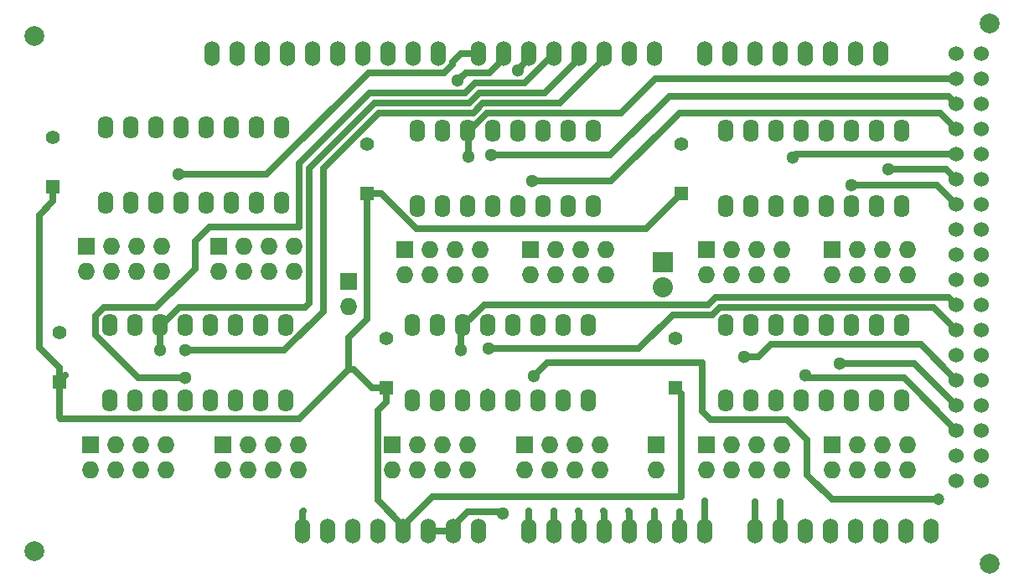
<source format=gbr>
G04 #@! TF.FileFunction,Copper,L1,Top,Signal*
%FSLAX46Y46*%
G04 Gerber Fmt 4.6, Leading zero omitted, Abs format (unit mm)*
G04 Created by KiCad (PCBNEW 4.0.1-stable) date 2/24/2016 7:59:54 PM*
%MOMM*%
G01*
G04 APERTURE LIST*
%ADD10C,0.100000*%
%ADD11O,1.524000X2.540000*%
%ADD12C,1.524000*%
%ADD13O,1.600000X2.300000*%
%ADD14R,1.727200X1.727200*%
%ADD15O,1.727200X1.727200*%
%ADD16R,2.032000X2.032000*%
%ADD17O,2.032000X2.032000*%
%ADD18C,1.998980*%
%ADD19R,1.400000X1.400000*%
%ADD20C,1.400000*%
%ADD21C,1.300000*%
%ADD22C,1.200000*%
%ADD23C,0.700000*%
G04 APERTURE END LIST*
D10*
D11*
X54650000Y48286000D03*
X57190000Y48286000D03*
X59730000Y48286000D03*
X62270000Y48286000D03*
X64810000Y48286000D03*
X67350000Y48286000D03*
X69890000Y48286000D03*
X72430000Y48286000D03*
X77510000Y26000D03*
X74970000Y26000D03*
X72430000Y26000D03*
X69890000Y26000D03*
X59730000Y26000D03*
X54650000Y26000D03*
X52110000Y26000D03*
X62270000Y26000D03*
X64810000Y26000D03*
X67350000Y26000D03*
X49570000Y26000D03*
X47030000Y26000D03*
X44490000Y26000D03*
X36870000Y26000D03*
X39410000Y26000D03*
X41950000Y26000D03*
X31790000Y26000D03*
X29250000Y26000D03*
X26710000Y26000D03*
X21630000Y26000D03*
X19090000Y26000D03*
X49570000Y48286000D03*
X47030000Y48286000D03*
X44490000Y48286000D03*
X41950000Y48286000D03*
X39410000Y48286000D03*
X36870000Y48286000D03*
X34330000Y48286000D03*
X31790000Y48286000D03*
X27726000Y48286000D03*
X25186000Y48286000D03*
X22646000Y48286000D03*
X20106000Y48286000D03*
X17566000Y48286000D03*
X15026000Y48286000D03*
X12486000Y48286000D03*
X9946000Y48286000D03*
X24170000Y26000D03*
D12*
X80050000Y45746000D03*
X82590000Y45746000D03*
X80050000Y43206000D03*
X82590000Y43206000D03*
X80050000Y40666000D03*
X82590000Y40666000D03*
X80050000Y38126000D03*
X82590000Y38126000D03*
X80050000Y48286000D03*
X82590000Y48286000D03*
X82590000Y35586000D03*
X80050000Y35586000D03*
X80050000Y33046000D03*
X82590000Y33046000D03*
X80050000Y30506000D03*
X82590000Y30506000D03*
X80050000Y27966000D03*
X82590000Y27966000D03*
X80050000Y25426000D03*
X82590000Y25426000D03*
X80050000Y22886000D03*
X82590000Y22886000D03*
X80050000Y20346000D03*
X82590000Y20346000D03*
X80050000Y17806000D03*
X82590000Y17806000D03*
X80050000Y15266000D03*
X82590000Y15266000D03*
X80050000Y12726000D03*
X82590000Y12726000D03*
X80050000Y10186000D03*
X82590000Y10186000D03*
X80050000Y7646000D03*
X82590000Y7646000D03*
X80050000Y5106000D03*
X82590000Y5106000D03*
D11*
X16550000Y26000D03*
X14010000Y26000D03*
X7406000Y48286000D03*
X4866000Y48286000D03*
D13*
X12290000Y20800000D03*
X9750000Y20800000D03*
X7210000Y20800000D03*
X4670000Y20800000D03*
X2130000Y20800000D03*
X-410000Y20800000D03*
X-2950000Y20800000D03*
X-5490000Y20800000D03*
X-5490000Y13180000D03*
X-2950000Y13180000D03*
X-410000Y13180000D03*
X2130000Y13180000D03*
X4670000Y13180000D03*
X7210000Y13180000D03*
X9750000Y13180000D03*
X12290000Y13180000D03*
X11865000Y40855000D03*
X9325000Y40855000D03*
X6785000Y40855000D03*
X4245000Y40855000D03*
X1705000Y40855000D03*
X-835000Y40855000D03*
X-3375000Y40855000D03*
X-5915000Y40855000D03*
X-5915000Y33235000D03*
X-3375000Y33235000D03*
X-835000Y33235000D03*
X1705000Y33235000D03*
X4245000Y33235000D03*
X6785000Y33235000D03*
X9325000Y33235000D03*
X11865000Y33235000D03*
X42835000Y20830000D03*
X40295000Y20830000D03*
X37755000Y20830000D03*
X35215000Y20830000D03*
X32675000Y20830000D03*
X30135000Y20830000D03*
X27595000Y20830000D03*
X25055000Y20830000D03*
X25055000Y13210000D03*
X27595000Y13210000D03*
X30135000Y13210000D03*
X32675000Y13210000D03*
X35215000Y13210000D03*
X37755000Y13210000D03*
X40295000Y13210000D03*
X42835000Y13210000D03*
X43405000Y40485000D03*
X40865000Y40485000D03*
X38325000Y40485000D03*
X35785000Y40485000D03*
X33245000Y40485000D03*
X30705000Y40485000D03*
X28165000Y40485000D03*
X25625000Y40485000D03*
X25625000Y32865000D03*
X28165000Y32865000D03*
X30705000Y32865000D03*
X33245000Y32865000D03*
X35785000Y32865000D03*
X38325000Y32865000D03*
X40865000Y32865000D03*
X43405000Y32865000D03*
D14*
X18640000Y25245000D03*
D15*
X18640000Y22705000D03*
D14*
X5940000Y8735000D03*
D15*
X5940000Y6195000D03*
X8480000Y8735000D03*
X8480000Y6195000D03*
X11020000Y8735000D03*
X11020000Y6195000D03*
X13560000Y8735000D03*
X13560000Y6195000D03*
D14*
X-7395000Y8735000D03*
D15*
X-7395000Y6195000D03*
X-4855000Y8735000D03*
X-4855000Y6195000D03*
X-2315000Y8735000D03*
X-2315000Y6195000D03*
X225000Y8735000D03*
X225000Y6195000D03*
D16*
X50390000Y27150000D03*
D17*
X50390000Y24610000D03*
D14*
X5515000Y28790000D03*
D15*
X5515000Y26250000D03*
X8055000Y28790000D03*
X8055000Y26250000D03*
X10595000Y28790000D03*
X10595000Y26250000D03*
X13135000Y28790000D03*
X13135000Y26250000D03*
D14*
X-7820000Y28790000D03*
D15*
X-7820000Y26250000D03*
X-5280000Y28790000D03*
X-5280000Y26250000D03*
X-2740000Y28790000D03*
X-2740000Y26250000D03*
X-200000Y28790000D03*
X-200000Y26250000D03*
D14*
X36420000Y8735000D03*
D15*
X36420000Y6195000D03*
X38960000Y8735000D03*
X38960000Y6195000D03*
X41500000Y8735000D03*
X41500000Y6195000D03*
X44040000Y8735000D03*
X44040000Y6195000D03*
D14*
X23085000Y8735000D03*
D15*
X23085000Y6195000D03*
X25625000Y8735000D03*
X25625000Y6195000D03*
X28165000Y8735000D03*
X28165000Y6195000D03*
X30705000Y8735000D03*
X30705000Y6195000D03*
D14*
X37055000Y28420000D03*
D15*
X37055000Y25880000D03*
X39595000Y28420000D03*
X39595000Y25880000D03*
X42135000Y28420000D03*
X42135000Y25880000D03*
X44675000Y28420000D03*
X44675000Y25880000D03*
D14*
X24355000Y28420000D03*
D15*
X24355000Y25880000D03*
X26895000Y28420000D03*
X26895000Y25880000D03*
X29435000Y28420000D03*
X29435000Y25880000D03*
X31975000Y28420000D03*
X31975000Y25880000D03*
D18*
X-13110000Y50010000D03*
X-13110000Y-2060000D03*
X83410000Y51280000D03*
X83410000Y-3330000D03*
D19*
X51660000Y14450000D03*
D20*
X51660000Y19450000D03*
D19*
X52295000Y34135000D03*
D20*
X52295000Y39135000D03*
D19*
X22450000Y14450000D03*
D20*
X22450000Y19450000D03*
D19*
X20545000Y34135000D03*
D20*
X20545000Y39135000D03*
D19*
X-10570000Y15085000D03*
D20*
X-10570000Y20085000D03*
D19*
X-11205000Y34770000D03*
D20*
X-11205000Y39770000D03*
D14*
X67535000Y28420000D03*
D15*
X67535000Y25880000D03*
X70075000Y28420000D03*
X70075000Y25880000D03*
X72615000Y28420000D03*
X72615000Y25880000D03*
X75155000Y28420000D03*
X75155000Y25880000D03*
D14*
X54835000Y28420000D03*
D15*
X54835000Y25880000D03*
X57375000Y28420000D03*
X57375000Y25880000D03*
X59915000Y28420000D03*
X59915000Y25880000D03*
X62455000Y28420000D03*
X62455000Y25880000D03*
D14*
X49755000Y8735000D03*
D15*
X49755000Y6195000D03*
D14*
X67535000Y8735000D03*
D15*
X67535000Y6195000D03*
X70075000Y8735000D03*
X70075000Y6195000D03*
X72615000Y8735000D03*
X72615000Y6195000D03*
X75155000Y8735000D03*
X75155000Y6195000D03*
D14*
X54835000Y8735000D03*
D15*
X54835000Y6195000D03*
X57375000Y8735000D03*
X57375000Y6195000D03*
X59915000Y8735000D03*
X59915000Y6195000D03*
X62455000Y8735000D03*
X62455000Y6195000D03*
D13*
X74520000Y40485000D03*
X71980000Y40485000D03*
X69440000Y40485000D03*
X66900000Y40485000D03*
X64360000Y40485000D03*
X61820000Y40485000D03*
X59280000Y40485000D03*
X56740000Y40485000D03*
X56740000Y32865000D03*
X59280000Y32865000D03*
X61820000Y32865000D03*
X64360000Y32865000D03*
X66900000Y32865000D03*
X69440000Y32865000D03*
X71980000Y32865000D03*
X74520000Y32865000D03*
X74520000Y20800000D03*
X71980000Y20800000D03*
X69440000Y20800000D03*
X66900000Y20800000D03*
X64360000Y20800000D03*
X61820000Y20800000D03*
X59280000Y20800000D03*
X56740000Y20800000D03*
X56740000Y13180000D03*
X59280000Y13180000D03*
X61820000Y13180000D03*
X64360000Y13180000D03*
X66900000Y13180000D03*
X69440000Y13180000D03*
X71980000Y13180000D03*
X74520000Y13180000D03*
D21*
X34203874Y1778105D03*
X2145270Y15494890D03*
X1495000Y36040012D03*
X-410000Y18260002D03*
X35711471Y46585067D03*
X29682176Y45535052D03*
X2130000Y18260000D03*
X30726022Y37894123D03*
X33063820Y38012447D03*
X37175508Y35387156D03*
X63511809Y37789306D03*
X73207810Y36587323D03*
X69412123Y34993980D03*
X30031900Y18272700D03*
X32809512Y18427917D03*
X37351409Y15680314D03*
D22*
X78236637Y3219340D03*
D21*
X58614866Y17620578D03*
X68264247Y16941487D03*
D22*
X64360000Y20800000D03*
D21*
X64787588Y15751871D03*
D23*
X62220000Y3000000D02*
X62220000Y2046000D01*
X62220000Y2046000D02*
X62270000Y1996000D01*
X62270000Y1996000D02*
X62270000Y26000D01*
X59720000Y3000000D02*
X59720000Y2006000D01*
X59720000Y2006000D02*
X59730000Y1996000D01*
X59730000Y1996000D02*
X59730000Y26000D01*
X54654000Y3066000D02*
X54654000Y2000000D01*
X54654000Y2000000D02*
X54650000Y1996000D01*
X54650000Y26000D02*
X54650000Y1996000D01*
X52110000Y26000D02*
X52110000Y1996000D01*
X52110000Y1996000D02*
X52114000Y2000000D01*
X14068000Y2054000D02*
X14010000Y1996000D01*
X14010000Y26000D02*
X14010000Y1996000D01*
X49578000Y2004000D02*
X49570000Y1996000D01*
X49570000Y26000D02*
X49570000Y1996000D01*
X46961000Y2065000D02*
X47030000Y1996000D01*
X47030000Y26000D02*
X47030000Y1996000D01*
X44421000Y2065000D02*
X44490000Y1996000D01*
X44490000Y26000D02*
X44490000Y1996000D01*
X41881000Y2065000D02*
X41950000Y1996000D01*
X41950000Y26000D02*
X41950000Y1996000D01*
X39402000Y2004000D02*
X39410000Y1996000D01*
X39410000Y26000D02*
X39410000Y1996000D01*
X36878000Y2004000D02*
X36870000Y1996000D01*
X36870000Y26000D02*
X36870000Y1996000D01*
X25520941Y30559059D02*
X48719059Y30559059D01*
X21945000Y34135000D02*
X25520941Y30559059D01*
X20545000Y34135000D02*
X21945000Y34135000D01*
X48719059Y30559059D02*
X52295000Y34135000D01*
X-11205000Y34770000D02*
X-11205000Y33370000D01*
X-12608868Y31966132D02*
X-12608868Y18523868D01*
X-11205000Y33370000D02*
X-12608868Y31966132D01*
X-12608868Y18523868D02*
X-10570000Y16485000D01*
X-10570000Y16485000D02*
X-10570000Y15085000D01*
X24170000Y534000D02*
X27133535Y3497535D01*
X52230154Y3497535D02*
X52230154Y13879846D01*
X27133535Y3497535D02*
X52230154Y3497535D01*
X52230154Y13879846D02*
X51660000Y14450000D01*
X18640000Y16355000D02*
X13664990Y11379990D01*
X13664990Y11379990D02*
X-10465010Y11379990D01*
X-10465010Y11379990D02*
X-10570000Y11484980D01*
X-10570000Y11484980D02*
X-10570000Y15085000D01*
X24170000Y26000D02*
X24170000Y534000D01*
X-9935000Y15720000D02*
X-10570000Y15085000D01*
X18640000Y19530000D02*
X20545000Y21435000D01*
X20545000Y21435000D02*
X20545000Y34135000D01*
X19145000Y16355000D02*
X18640000Y16355000D01*
X18640000Y16355000D02*
X18640000Y19530000D01*
X22450000Y14450000D02*
X21050000Y14450000D01*
X21050000Y14450000D02*
X19145000Y16355000D01*
X24170000Y534000D02*
X21571399Y3132601D01*
X21571399Y3132601D02*
X21571399Y12171399D01*
X21571399Y12171399D02*
X22450000Y13050000D01*
X22450000Y13050000D02*
X22450000Y14450000D01*
X29250000Y26000D02*
X26710000Y26000D01*
X30712000Y1996000D02*
X33985979Y1996000D01*
X29250000Y534000D02*
X30712000Y1996000D01*
X33985979Y1996000D02*
X34203874Y1778105D01*
X29250000Y26000D02*
X29250000Y534000D01*
X-2585513Y15494890D02*
X2145270Y15494890D01*
X-6940010Y19849387D02*
X-2585513Y15494890D01*
X30401723Y44285032D02*
X20787049Y44285032D01*
X-6940010Y21750613D02*
X-6940010Y19849387D01*
X3133918Y29306120D02*
X3133918Y26538918D01*
X3133918Y26538918D02*
X-804990Y22600010D01*
X13648590Y30772438D02*
X4600236Y30772438D01*
X-804990Y22600010D02*
X-6090613Y22600010D01*
X13648590Y37146573D02*
X13648590Y30772438D01*
X4600236Y30772438D02*
X3133918Y29306120D01*
X20787049Y44285032D02*
X13648590Y37146573D01*
X31401733Y45285043D02*
X30401723Y44285032D01*
X36409043Y45285043D02*
X31401733Y45285043D01*
X-6090613Y22600010D02*
X-6940010Y21750613D01*
X39410000Y48286000D02*
X36409043Y45285043D01*
X20710990Y46365990D02*
X10385012Y36040012D01*
X29959258Y48286000D02*
X29138010Y47464752D01*
X28310873Y46365990D02*
X20710990Y46365990D01*
X31790000Y48286000D02*
X29959258Y48286000D01*
X10385012Y36040012D02*
X1495000Y36040012D01*
X29138010Y47193127D02*
X28310873Y46365990D01*
X29138010Y47464752D02*
X29138010Y47193127D01*
X1529387Y22600010D02*
X-410000Y20660623D01*
X-410000Y20660623D02*
X-410000Y18260002D01*
X14648601Y23027814D02*
X14220797Y22600010D01*
X31815951Y44285032D02*
X30815941Y43285021D01*
X30815941Y43285021D02*
X21282790Y43285021D01*
X14220797Y22600010D02*
X1529387Y22600010D01*
X14648601Y36650832D02*
X14648601Y23027814D01*
X21282790Y43285021D02*
X14648601Y36650832D01*
X41950000Y47778000D02*
X38457032Y44285032D01*
X41950000Y48286000D02*
X41950000Y47778000D01*
X38457032Y44285032D02*
X31815951Y44285032D01*
X36361470Y47235066D02*
X35711471Y46585067D01*
X36870000Y47743596D02*
X36361470Y47235066D01*
X36870000Y48286000D02*
X36870000Y47743596D01*
X34330000Y47778000D02*
X32868000Y46316000D01*
X30463124Y46316000D02*
X29682176Y45535052D01*
X32868000Y46316000D02*
X30463124Y46316000D01*
X34330000Y48286000D02*
X34330000Y47778000D01*
X16100000Y22209377D02*
X12150623Y18260000D01*
X12150623Y18260000D02*
X2130000Y18260000D01*
X16100000Y36688002D02*
X16100000Y22209377D01*
X21697008Y42285010D02*
X16100000Y36688002D01*
X31230159Y42285010D02*
X21697008Y42285010D01*
X32230169Y43285021D02*
X31230159Y42285010D01*
X39997021Y43285021D02*
X32230169Y43285021D01*
X44490000Y47778000D02*
X39997021Y43285021D01*
X44490000Y48286000D02*
X44490000Y47778000D01*
X32644387Y42285010D02*
X30726022Y40366645D01*
X30726022Y40366645D02*
X30726022Y37894123D01*
X49652394Y45746000D02*
X46191404Y42285010D01*
X80050000Y45746000D02*
X49652394Y45746000D01*
X46191404Y42285010D02*
X32644387Y42285010D01*
X33983058Y38012447D02*
X33063820Y38012447D01*
X45096084Y38012447D02*
X33983058Y38012447D01*
X51051636Y43967999D02*
X45096084Y38012447D01*
X79288001Y43967999D02*
X51051636Y43967999D01*
X80050000Y43206000D02*
X79288001Y43967999D01*
X45178815Y35387156D02*
X37175508Y35387156D01*
X80050000Y40666000D02*
X78430990Y42285010D01*
X52076669Y42285010D02*
X45178815Y35387156D01*
X78430990Y42285010D02*
X52076669Y42285010D01*
X63848503Y38126000D02*
X63511809Y37789306D01*
X80050000Y38126000D02*
X63848503Y38126000D01*
X80050000Y35586000D02*
X79048677Y36587323D01*
X74127048Y36587323D02*
X73207810Y36587323D01*
X79048677Y36587323D02*
X74127048Y36587323D01*
X80050000Y33046000D02*
X78102020Y34993980D01*
X78102020Y34993980D02*
X70331361Y34993980D01*
X70331361Y34993980D02*
X69412123Y34993980D01*
X32330377Y22886000D02*
X30031900Y20587523D01*
X55011149Y22886000D02*
X32330377Y22886000D01*
X80050000Y22886000D02*
X79288001Y23647999D01*
X79288001Y23647999D02*
X55773147Y23647999D01*
X55773147Y23647999D02*
X55011149Y22886000D01*
X30031900Y20587523D02*
X30031900Y18272700D01*
X51416048Y21885989D02*
X47957976Y18427917D01*
X55425367Y21885989D02*
X51416048Y21885989D01*
X56187366Y22647988D02*
X55425367Y21885989D01*
X47957976Y18427917D02*
X32809512Y18427917D01*
X80050000Y20346000D02*
X77748012Y22647988D01*
X77748012Y22647988D02*
X56187366Y22647988D01*
X54393308Y17031112D02*
X38702207Y17031112D01*
X55216000Y11275000D02*
X54393308Y12097692D01*
X62963000Y11275000D02*
X55216000Y11275000D01*
X64987214Y5694786D02*
X64987214Y9250786D01*
X64987214Y9250786D02*
X62963000Y11275000D01*
X67462660Y3219340D02*
X64987214Y5694786D01*
X54393308Y12097692D02*
X54393308Y17031112D01*
X78236637Y3219340D02*
X67462660Y3219340D01*
X38702207Y17031112D02*
X37351409Y15680314D01*
X32737000Y14069000D02*
X32737000Y13180000D01*
X32737000Y13180000D02*
X32675000Y13210000D01*
X60067011Y17620578D02*
X59534104Y17620578D01*
X61309722Y18863289D02*
X60067011Y17620578D01*
X59534104Y17620578D02*
X58614866Y17620578D01*
X76452711Y18863289D02*
X61309722Y18863289D01*
X80050000Y15266000D02*
X76452711Y18863289D01*
X75834513Y16941487D02*
X68264247Y16941487D01*
X80050000Y12726000D02*
X75834513Y16941487D01*
X80050000Y10186000D02*
X74754307Y15481693D01*
X74754307Y15481693D02*
X65057766Y15481693D01*
X65057766Y15481693D02*
X64787588Y15751871D01*
M02*

</source>
